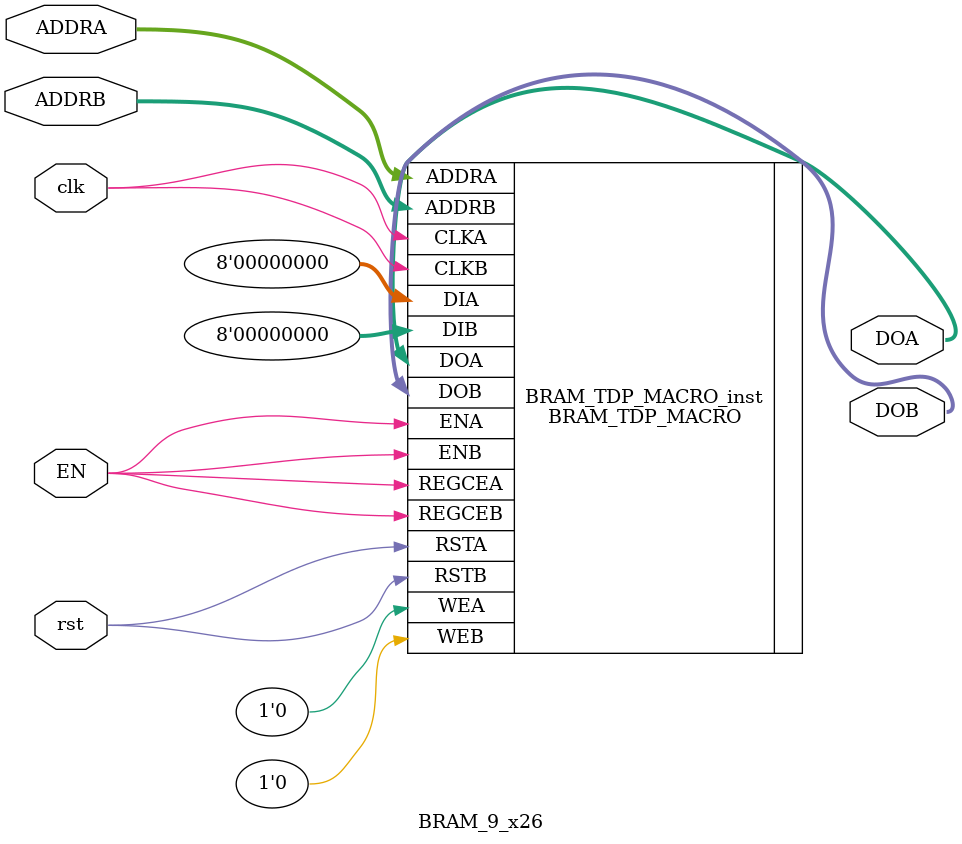
<source format=v>

module BRAM_9_x26(
    input [9:0] ADDRA,
    input [9:0] ADDRB,
    input clk,
    input rst, input EN,
    output [7:0] DOA,
    output [7:0] DOB
    );



// Spartan-6
// Xilinx HDL Libraries Guide, version 14.7
//////////////////////////////////////////////////////////////////////////
// DATA_WIDTH_A/B | BRAM_SIZE | RAM Depth | ADDRA/B Width | WEA/B Width //
// ===============|===========|===========|===============|=============//
// 19-36 | "18Kb" | 512 | 9-bit | 4-bit //
// 10-18 | "18Kb" | 1024 | 10-bit | 2-bit //
// 10-18 | "9Kb" | 512 | 9-bit | 2-bit //
// 5-9 | "18Kb" | 2048 | 11-bit | 1-bit //
// 5-9 | "9Kb" | 1024 | 10-bit | 1-bit //
// 3-4 | "18Kb" | 4096 | 12-bit | 1-bit //
// 3-4 | "9Kb" | 2048 | 11-bit | 1-bit //
// 2 | "18Kb" | 8192 | 13-bit | 1-bit //
// 2 | "9Kb" | 4096 | 12-bit | 1-bit //
// 1 | "18Kb" | 16384 | 14-bit | 1-bit //
// 1 | "9Kb" | 8192 | 12-bit | 1-bit //
//////////////////////////////////////////////////////////////////////////
BRAM_TDP_MACRO #(
	.BRAM_SIZE("9Kb"), // Target BRAM: "9Kb" or "18Kb"
	.DEVICE("SPARTAN6"), // Target device: "VIRTEX5", "VIRTEX6", "SPARTAN6"
	.DOA_REG(1), // Optional port A output register (0 or 1)
	.DOB_REG(1), // Optional port B output register (0 or 1)
	.INIT_A(36'h0123), // Initial values on port A output port
	.INIT_B(36'h3210), // Initial values on port B output port
	.INIT_FILE ("NONE"),
		.READ_WIDTH_A (8), // Valid values are 1-36
	.READ_WIDTH_B (8), // Valid values are 1-36
	.SIM_COLLISION_CHECK ("NONE"), // Collision check enable "ALL", "WARNING_ONLY",
	// "GENERATE_X_ONLY" or "NONE"
	.SRVAL_A(36'h00000000), // Set/Reset value for port A output
	.SRVAL_B(36'h00000000), // Set/Reset value for port B output
	.WRITE_MODE_A("WRITE_FIRST"), // "WRITE_FIRST", "READ_FIRST", or "NO_CHANGE"
	.WRITE_MODE_B("WRITE_FIRST"), // "WRITE_FIRST", "READ_FIRST", or "NO_CHANGE"
	.WRITE_WIDTH_A(8), // Valid values are 1-36
	.WRITE_WIDTH_B(8), // Valid values are 1-36
	
.INIT_00(256'hAC7AE500497A00000000000000000000D600E500330000000000000000000000),
.INIT_01(256'h6CD8B500C7965000D14EAD009F00AD00BBA2180010ECFD007C4E000032000000),
.INIT_02(256'hEEA8970079A8000042D2720030D2000046009700D100000090007200E2000000),
.INIT_03(256'h1FDDF9D894C13C8A56BF152C38A3357E640B2AA6EF17EFF45713C652390FE600),
.INIT_04(256'hAC6821F887A6A09C7AAAFE00D000FE00B48E43649F40C20084AA00002E000000),
.INIT_05(256'hAF09B23BCA89335FABE453004F0053001AEF7DA77F6FFCC3F8E400001C000000),
.INIT_06(256'hABE779CAF2298AAE4F17940097BDE60061D31B56381DE83263C56A00BB6F1800),
.INIT_07(256'h8D45C0C5C89761F34F6EE7388BD8C76A940F7127D1DDD011B0C2CA467474EA14),
.INIT_08(256'h5B8D12F7BE8DF7F7F7F7F7F7F7F7F7F721F712F7C4F7F7F7F7F7F7F7F7F7F7F7),
.INIT_09(256'h9B2F42F73061A7F726B95AF768F75AF74C55EFF7E71B0AF78BB9F7F7C5F7F7F7),
.INIT_0A(256'h195F60F78E5FF7F7B52585F7C725F7F7B1F760F726F7F7F767F785F715F7F7F7),
.INIT_0B(256'hE82A0E2F6336CB7DA148E2DBCF54C28993FCDD5118E01803A0E431A5CEF811F7),
.INIT_0C(256'h5B9FD60F7051576B8D5D09F727F709F74379B49368B735F7735DF7F7D9F7F7F7),
.INIT_0D(256'h58FE45CC3D7EC4A85C13A4F7B8F7A4F7ED188A5088980B340F13F7F7EBF7F7F7),
.INIT_0E(256'h5C108E3D05DE7D59B8E063F7604A11F79624ECA1CFEA1FC594329DF74C98EFF7),
.INIT_0F(256'h7AB237323F609604B89910CF7C2F309D63F886D0262A27E647353DB183831DE3),
.INIT_10(256'h4337DC009F37000000000000000000007400DC00A80000000000000000000000),
.INIT_11(256'h28EEB900E6FC65007612B3006400B300ACD90A0062CBD600C5120000D7000000),
.INIT_12(256'h7F8F0600798F00003CB8DA00E6B80000F0000600F60000008400DA005E000000),
.INIT_13(256'hBC795EBA3BF8CB295D3AEB0506BBA29616607B2C91E1EEBFC014CE939B958700),
.INIT_14(256'h7E5D36DD41BE55621A5C2600460026000D0872BF32EB11003C5C000060000000),
.INIT_15(256'h66F720AE4B0643116C4E950022009500A6A2D7CC8B53B473F94E0000B7000000),
.INIT_16(256'h167D20DDF39E9962727C3000F420EA00DD9064BF3873DD00ECC416006A98CC00),
.INIT_17(256'hC49A6976A0F8435A719C636776412AF42AE108824E8322AECAB260F1CD6F2962),
.INIT_18(256'hB4C02BF768C0F7F7F7F7F7F7F7F7F7F783F72BF75FF7F7F7F7F7F7F7F7F7F7F7),
.INIT_19(256'hDF194EF7110B92F781E544F793F744F75B2EFDF7953C21F732E5F7F720F7F7F7),
.INIT_1A(256'h8878F1F78E78F7F7CB4F2DF7114FF7F707F7F1F701F7F7F773F72DF7A9F7F7F7),
.INIT_1B(256'h4B8EA94DCC0F3CDEAACD1CF2F14C5561E1978CDB6616194837E339646C6270F7),
.INIT_1C(256'h89AAC12AB649A295EDABD1F7B1F7D1F7FAFF8548C51CE6F7CBABF7F797F7F7F7),
.INIT_1D(256'h9100D759BCF1B4E69BB962F7D5F762F75155203B7CA443840EB9F7F740F7F7F7),
.INIT_1E(256'hE18AD72A04696E95858BC7F703D71DF72A679348CF842AF71B33E1F79D6F3BF7),
.INIT_1F(256'h336D9E81570FB4AD866B949081B6DD03DD16FF75B974D5593D4597063A98DE95),


	
	//===============================================================================
	
	.INIT_20(256'h0000000000000000000000000000000000000000000000000000000000000000),
	.INIT_21(256'h0000000000000000000000000000000000000000000000000000000000000000),
	.INIT_22(256'h0000000000000000000000000000000000000000000000000000000000000000),
	.INIT_23(256'h0000000000000000000000000000000000000000000000000000000000000000),
	.INIT_24(256'h0000000000000000000000000000000000000000000000000000000000000000),
	.INIT_25(256'h0000000000000000000000000000000000000000000000000000000000000000),
	.INIT_26(256'h0000000000000000000000000000000000000000000000000000000000000000),
	.INIT_27(256'h0000000000000000000000000000000000000000000000000000000000000000),
	.INIT_28(256'h0000000000000000000000000000000000000000000000000000000000000000),
	.INIT_29(256'h0000000000000000000000000000000000000000000000000000000000000000),
	.INIT_2A(256'h0000000000000000000000000000000000000000000000000000000000000000),
	.INIT_2B(256'h0000000000000000000000000000000000000000000000000000000000000000),
	.INIT_2C(256'h0000000000000000000000000000000000000000000000000000000000000000),
	.INIT_2D(256'h0000000000000000000000000000000000000000000000000000000000000000),
	.INIT_2E(256'h0000000000000000000000000000000000000000000000000000000000000000),
	.INIT_2F(256'h0000000000000000000000000000000000000000000000000000000000000000),
	.INIT_30(256'h0000000000000000000000000000000000000000000000000000000000000000),
	.INIT_31(256'h0000000000000000000000000000000000000000000000000000000000000000),
	.INIT_32(256'h0000000000000000000000000000000000000000000000000000000000000000),
	.INIT_33(256'h0000000000000000000000000000000000000000000000000000000000000000),
	.INIT_34(256'h0000000000000000000000000000000000000000000000000000000000000000),
	.INIT_35(256'h0000000000000000000000000000000000000000000000000000000000000000),
	.INIT_36(256'h0000000000000000000000000000000000000000000000000000000000000000),
	.INIT_37(256'h0000000000000000000000000000000000000000000000000000000000000000),
	.INIT_38(256'h0000000000000000000000000000000000000000000000000000000000000000),
	.INIT_39(256'h0000000000000000000000000000000000000000000000000000000000000000),
	.INIT_3A(256'h0000000000000000000000000000000000000000000000000000000000000000),
	.INIT_3B(256'h0000000000000000000000000000000000000000000000000000000000000000),
	.INIT_3C(256'h0000000000000000000000000000000000000000000000000000000000000000),
	.INIT_3D(256'h0000000000000000000000000000000000000000000000000000000000000000),
	.INIT_3E(256'h0000000000000000000000000000000000000000000000000000000000000000),
	.INIT_3F(256'h0000000000000000000000000000000000000000000000000000000000000000),


	// The next set of INITP_xx are for the parity bits
	.INITP_00(256'h0000000000000000000000000000000000000000000000000000000000000000),
	.INITP_01(256'h0000000000000000000000000000000000000000000000000000000000000000),
	.INITP_02(256'h0000000000000000000000000000000000000000000000000000000000000000),
	.INITP_03(256'h0000000000000000000000000000000000000000000000000000000000000000),
	// The next set of INITP_xx are for "18Kb" configuration only
	.INITP_04(256'h0000000000000000000000000000000000000000000000000000000000000000),
	.INITP_05(256'h0000000000000000000000000000000000000000000000000000000000000000),
	.INITP_06(256'h0000000000000000000000000000000000000000000000000000000000000000),
	.INITP_07(256'h0000000000000000000000000000000000000000000000000000000000000000)
) BRAM_TDP_MACRO_inst (
	.DOA(DOA), // Output port-A data, width defined by READ_WIDTH_A parameter
	.DOB(DOB), // Output port-B data, width defined by READ_WIDTH_B parameter
	.ADDRA(ADDRA), // Input port-A address, width defined by Port A depth
	.ADDRB(ADDRB), // Input port-B address, width defined by Port B depth
	.CLKA(clk), // 1-bit input port-A clock
	.CLKB(clk), // 1-bit input port-B clock
		.DIA(8'h0), // Input port-A data, width defined by WRITE_WIDTH_A parameter
	.DIB(8'h0), // Input port-B data, width defined by WRITE_WIDTH_B parameter
	.ENA(EN), // 1-bit input port-A enable
	.ENB(EN), // 1-bit input port-B enable
	.REGCEA(EN), // 1-bit input port-A output register enable
	.REGCEB(EN), // 1-bit input port-B output register enable
	.RSTA(rst), // 1-bit input port-A reset
	.RSTB(rst), // 1-bit input port-B reset
	.WEA(1'b0), // Input port-A write enable, width defined by Port A depth
	.WEB(1'b0) // Input port-B write enable, width defined by Port B depth
);
// End of BRAM_TDP_MACRO_inst instantiation
endmodule

</source>
